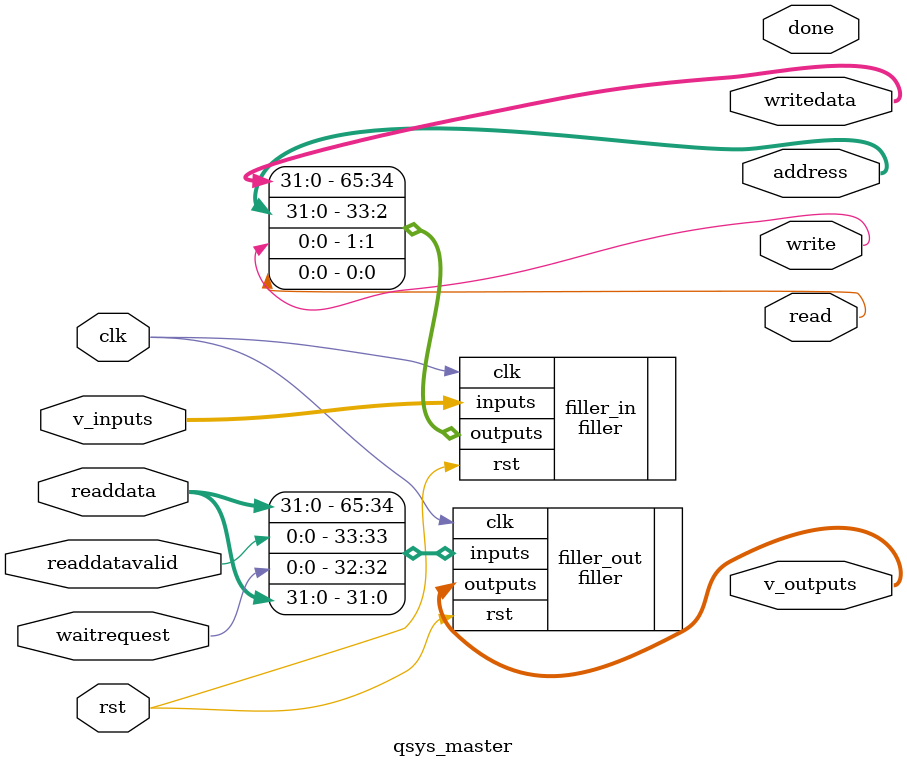
<source format=sv>
/*
 * function : Qsys slave with debug messages for perf eval
 * author   : Mohamed S. Abdelfattah
 * date     : 9-JUNE-2015
 */

module qsys_master
#(
	parameter           WIDTH = 32, //data width
    parameter [7:0]    SRC_ID =  2, //unique id associated with each src
    parameter [7:0]    SNK_ID =  3, //unique id associated with each sink
    parameter [7:0]    DST_ID =  1, //id associated with the destination
    parameter      ADDR_WIDTH = 32  //address width doesn't matter
)
(
	input clk,
	input rst,
    output done,
    
    output wire      [WIDTH-1:0] writedata ,
    output wire [ADDR_WIDTH-1:0] address,
    output wire                  write,
    output wire                  read,
    input  wire      [WIDTH-1:0] readdata,
    input  wire                  readdatavalid,
    input  wire                  waitrequest,
    
    input  [WIDTH+ADDR_WIDTH+1:0] v_inputs,
    output [WIDTH+ADDR_WIDTH+1:0] v_outputs
);

filler
#(
    .NOC_WIDTH(WIDTH+ADDR_WIDTH+2)
)
filler_in
(
    .clk(clk),
    .rst(rst),
    .inputs(v_inputs),
    .outputs({writedata,address,write,read})
);

filler
#(
    .NOC_WIDTH(WIDTH+ADDR_WIDTH+2)
)
filler_out
(
    .clk(clk),
    .rst(rst),
    .inputs({readdata,readdatavalid,waitrequest,readdata[WIDTH-1 -: ADDR_WIDTH]}),
    .outputs(v_outputs)
);


endmodule
















</source>
